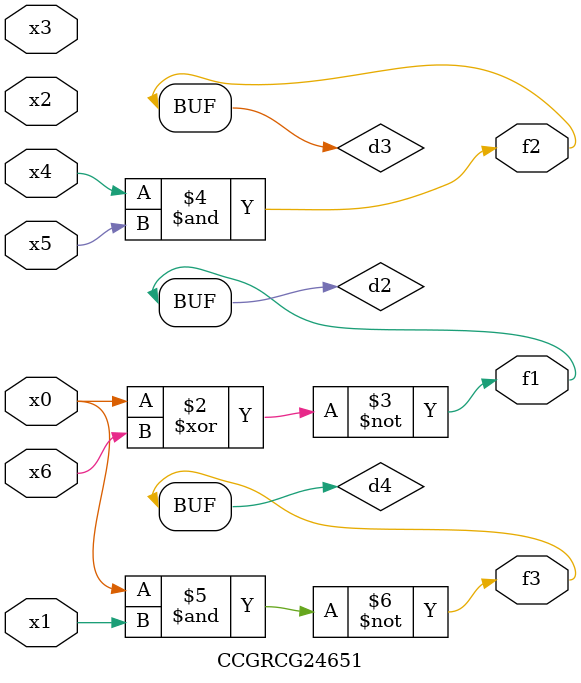
<source format=v>
module CCGRCG24651(
	input x0, x1, x2, x3, x4, x5, x6,
	output f1, f2, f3
);

	wire d1, d2, d3, d4;

	nor (d1, x0);
	xnor (d2, x0, x6);
	and (d3, x4, x5);
	nand (d4, x0, x1);
	assign f1 = d2;
	assign f2 = d3;
	assign f3 = d4;
endmodule

</source>
